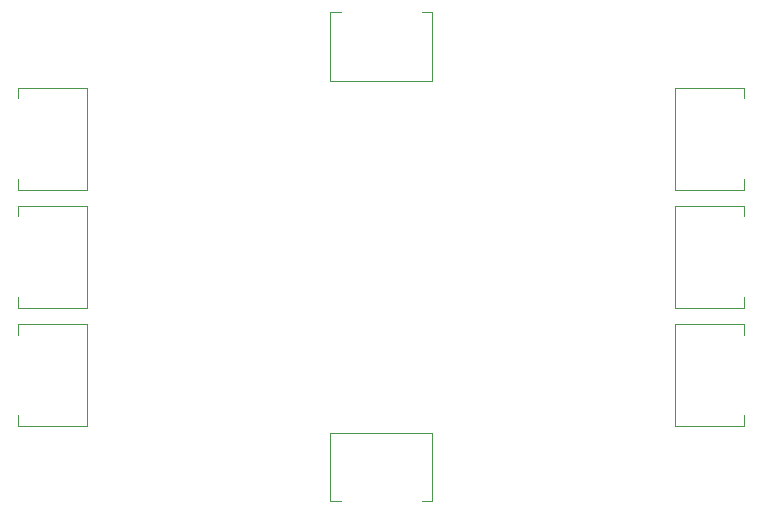
<source format=gbr>
%TF.GenerationSoftware,KiCad,Pcbnew,9.0.0-rc1*%
%TF.CreationDate,2025-01-29T12:40:29+01:00*%
%TF.ProjectId,Cinclidae,43696e63-6c69-4646-9165-2e6b69636164,rev?*%
%TF.SameCoordinates,PX8eb7a50PY5ee3fe0*%
%TF.FileFunction,Other,User*%
%FSLAX46Y46*%
G04 Gerber Fmt 4.6, Leading zero omitted, Abs format (unit mm)*
G04 Created by KiCad (PCBNEW 9.0.0-rc1) date 2025-01-29 12:40:29*
%MOMM*%
%LPD*%
G01*
G04 APERTURE LIST*
%ADD10C,0.050000*%
G04 APERTURE END LIST*
D10*
%TO.C,ISO1*%
X-30705000Y-5686000D02*
X-30705000Y-6575000D01*
X-30705000Y-13425000D02*
X-30705000Y-14314000D01*
X-30705000Y-14314000D02*
X-24917800Y-14314000D01*
X-24917800Y-5686000D02*
X-30705000Y-5686000D01*
X-24917800Y-14314000D02*
X-24917800Y-5686000D01*
%TO.C,PROBE1*%
X-30705000Y14314000D02*
X-30705000Y13425000D01*
X-30705000Y6575000D02*
X-30705000Y5686000D01*
X-30705000Y5686000D02*
X-24917800Y5686000D01*
X-24917800Y14314000D02*
X-30705000Y14314000D01*
X-24917800Y5686000D02*
X-24917800Y14314000D01*
%TO.C,ISO2*%
X24917800Y-5686000D02*
X24917800Y-14314000D01*
X24917800Y-14314000D02*
X30705000Y-14314000D01*
X30705000Y-5686000D02*
X24917800Y-5686000D01*
X30705000Y-6575000D02*
X30705000Y-5686000D01*
X30705000Y-14314000D02*
X30705000Y-13425000D01*
%TO.C,PROBE2*%
X24917800Y14314000D02*
X24917800Y5686000D01*
X24917800Y5686000D02*
X30705000Y5686000D01*
X30705000Y14314000D02*
X24917800Y14314000D01*
X30705000Y13425000D02*
X30705000Y14314000D01*
X30705000Y5686000D02*
X30705000Y6575000D01*
%TO.C,MEAS2*%
X24917800Y4314000D02*
X24917800Y-4314000D01*
X24917800Y-4314000D02*
X30705000Y-4314000D01*
X30705000Y4314000D02*
X24917800Y4314000D01*
X30705000Y3425000D02*
X30705000Y4314000D01*
X30705000Y-4314000D02*
X30705000Y-3425000D01*
%TO.C,DM*%
X-4314000Y-14917800D02*
X-4314000Y-20705000D01*
X-4314000Y-20705000D02*
X-3425000Y-20705000D01*
X3425000Y-20705000D02*
X4314000Y-20705000D01*
X4314000Y-14917800D02*
X-4314000Y-14917800D01*
X4314000Y-20705000D02*
X4314000Y-14917800D01*
%TO.C,CM*%
X-4314000Y20705000D02*
X-4314000Y14917800D01*
X-4314000Y14917800D02*
X4314000Y14917800D01*
X-3425000Y20705000D02*
X-4314000Y20705000D01*
X4314000Y20705000D02*
X3425000Y20705000D01*
X4314000Y14917800D02*
X4314000Y20705000D01*
%TO.C,MEAS1*%
X-30705000Y4314000D02*
X-30705000Y3425000D01*
X-30705000Y-3425000D02*
X-30705000Y-4314000D01*
X-30705000Y-4314000D02*
X-24917800Y-4314000D01*
X-24917800Y4314000D02*
X-30705000Y4314000D01*
X-24917800Y-4314000D02*
X-24917800Y4314000D01*
%TD*%
M02*

</source>
